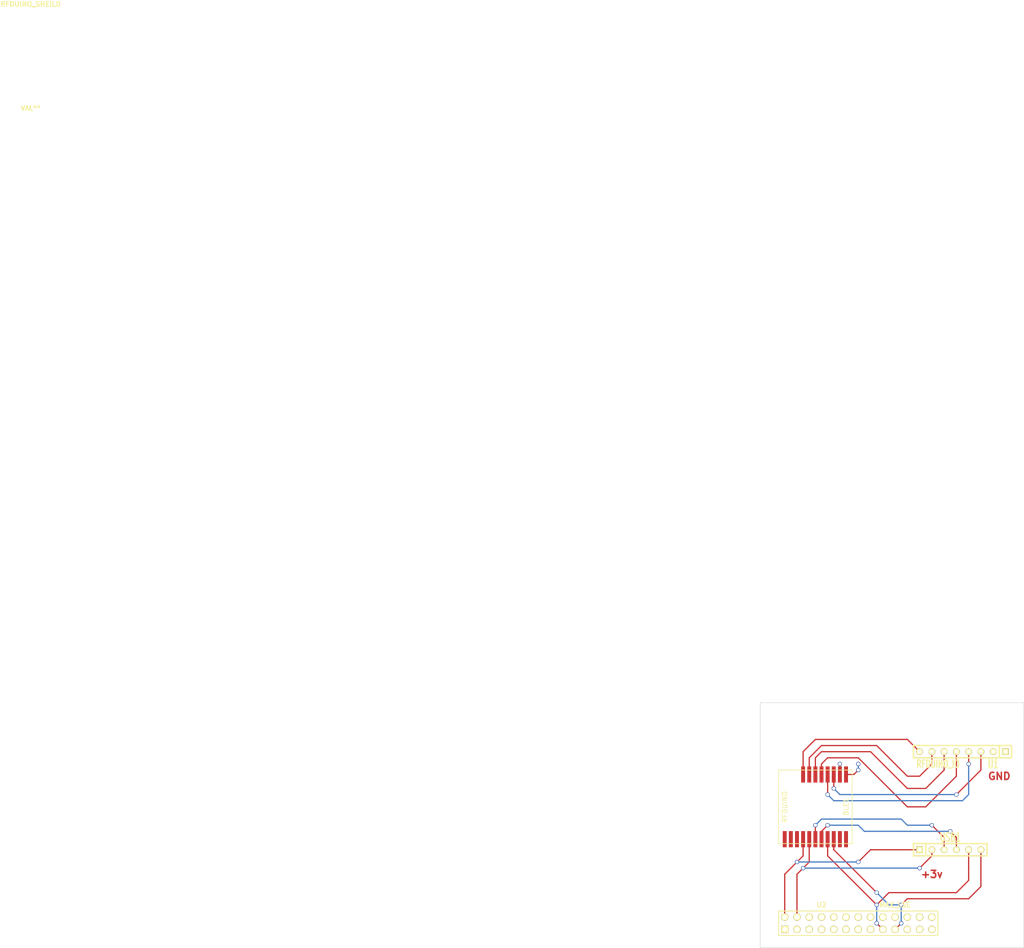
<source format=kicad_pcb>
(kicad_pcb (version 3) (host pcbnew "(25-Oct-2014 BZR 4029)-stable")

  (general
    (links 18)
    (no_connects 2)
    (area 151.079999 132.029999 205.790001 182.930001)
    (thickness 1.6)
    (drawings 7)
    (tracks 108)
    (zones 0)
    (modules 11)
    (nets 15)
  )

  (page A3)
  (layers
    (15 F.Cu signal)
    (0 B.Cu signal)
    (16 B.Adhes user)
    (17 F.Adhes user)
    (18 B.Paste user)
    (19 F.Paste user)
    (20 B.SilkS user)
    (21 F.SilkS user)
    (22 B.Mask user)
    (23 F.Mask user)
    (24 Dwgs.User user)
    (25 Cmts.User user)
    (26 Eco1.User user)
    (27 Eco2.User user)
    (28 Edge.Cuts user)
  )

  (setup
    (last_trace_width 0.254)
    (trace_clearance 0.254)
    (zone_clearance 0.508)
    (zone_45_only no)
    (trace_min 0.254)
    (segment_width 0.2)
    (edge_width 0.1)
    (via_size 0.889)
    (via_drill 0.635)
    (via_min_size 0.889)
    (via_min_drill 0.508)
    (uvia_size 0.508)
    (uvia_drill 0.127)
    (uvias_allowed no)
    (uvia_min_size 0.508)
    (uvia_min_drill 0.127)
    (pcb_text_width 0.3)
    (pcb_text_size 1.5 1.5)
    (mod_edge_width 0.15)
    (mod_text_size 1 1)
    (mod_text_width 0.15)
    (pad_size 1.5 1.5)
    (pad_drill 0.6)
    (pad_to_mask_clearance 0)
    (aux_axis_origin 0 0)
    (visible_elements FFFFFFBF)
    (pcbplotparams
      (layerselection 3178497)
      (usegerberextensions true)
      (excludeedgelayer true)
      (linewidth 0.150000)
      (plotframeref false)
      (viasonmask false)
      (mode 1)
      (useauxorigin false)
      (hpglpennumber 1)
      (hpglpenspeed 20)
      (hpglpendiameter 15)
      (hpglpenoverlay 2)
      (psnegative false)
      (psa4output false)
      (plotreference true)
      (plotvalue true)
      (plotothertext true)
      (plotinvisibletext false)
      (padsonsilk false)
      (subtractmaskfromsilk false)
      (outputformat 1)
      (mirror false)
      (drillshape 1)
      (scaleselection 1)
      (outputdirectory ""))
  )

  (net 0 "")
  (net 1 N-000001)
  (net 2 N-0000010)
  (net 3 N-0000011)
  (net 4 N-0000012)
  (net 5 N-0000016)
  (net 6 N-0000018)
  (net 7 N-000002)
  (net 8 N-000003)
  (net 9 N-000004)
  (net 10 N-000005)
  (net 11 N-000006)
  (net 12 N-000007)
  (net 13 N-000008)
  (net 14 N-000009)

  (net_class Default "This is the default net class."
    (clearance 0.254)
    (trace_width 0.254)
    (via_dia 0.889)
    (via_drill 0.635)
    (uvia_dia 0.508)
    (uvia_drill 0.127)
    (add_net "")
    (add_net N-000001)
    (add_net N-0000010)
    (add_net N-0000011)
    (add_net N-0000012)
    (add_net N-0000016)
    (add_net N-0000018)
    (add_net N-000002)
    (add_net N-000003)
    (add_net N-000004)
    (add_net N-000005)
    (add_net N-000006)
    (add_net N-000007)
    (add_net N-000008)
    (add_net N-000009)
  )

  (module RFDUINO_SHEILD (layer F.Cu) (tedit 55162E5C) (tstamp 55162F64)
    (at 0 0)
    (fp_text reference RFDUINO_SHEILD (at 0 -12.7) (layer F.SilkS)
      (effects (font (size 1 1) (thickness 0.15)))
    )
    (fp_text value VAL** (at 0 8.89) (layer F.SilkS)
      (effects (font (size 1 1) (thickness 0.15)))
    )
  )

  (module RFDUINO_SHEILD (layer F.Cu) (tedit 55162E5C) (tstamp 55162F60)
    (at 0 0)
    (fp_text reference RFDUINO_SHEILD (at 0 -12.7) (layer F.SilkS)
      (effects (font (size 1 1) (thickness 0.15)))
    )
    (fp_text value VAL** (at 0 8.89) (layer F.SilkS)
      (effects (font (size 1 1) (thickness 0.15)))
    )
  )

  (module RFDUINO_SHEILD (layer F.Cu) (tedit 55162E5C) (tstamp 55162F5C)
    (at 0 0)
    (fp_text reference RFDUINO_SHEILD (at 0 -12.7) (layer F.SilkS)
      (effects (font (size 1 1) (thickness 0.15)))
    )
    (fp_text value VAL** (at 0 8.89) (layer F.SilkS)
      (effects (font (size 1 1) (thickness 0.15)))
    )
  )

  (module RFDUINO_SHEILD (layer F.Cu) (tedit 55162E5C) (tstamp 55162F58)
    (at 0 0)
    (fp_text reference RFDUINO_SHEILD (at 0 -12.7) (layer F.SilkS)
      (effects (font (size 1 1) (thickness 0.15)))
    )
    (fp_text value VAL** (at 0 8.89) (layer F.SilkS)
      (effects (font (size 1 1) (thickness 0.15)))
    )
  )

  (module RFDUINO_SHEILD (layer F.Cu) (tedit 55162E5C) (tstamp 55162F54)
    (at 0 0)
    (fp_text reference RFDUINO_SHEILD (at 0 -12.7) (layer F.SilkS)
      (effects (font (size 1 1) (thickness 0.15)))
    )
    (fp_text value VAL** (at 0 8.89) (layer F.SilkS)
      (effects (font (size 1 1) (thickness 0.15)))
    )
  )

  (module RFDUINO_SHEILD (layer F.Cu) (tedit 55162E5C) (tstamp 55162F4F)
    (at 0 0)
    (fp_text reference RFDUINO_SHEILD (at 0 -12.7) (layer F.SilkS)
      (effects (font (size 1 1) (thickness 0.15)))
    )
    (fp_text value VAL** (at 0 8.89) (layer F.SilkS)
      (effects (font (size 1 1) (thickness 0.15)))
    )
  )

  (module RFDUINO_SHEILD (layer F.Cu) (tedit 55162E5C) (tstamp 55162F4B)
    (at 0 0)
    (fp_text reference RFDUINO_SHEILD (at 0 -12.7) (layer F.SilkS)
      (effects (font (size 1 1) (thickness 0.15)))
    )
    (fp_text value VAL** (at 0 8.89) (layer F.SilkS)
      (effects (font (size 1 1) (thickness 0.15)))
    )
  )

  (module RFD22301 (layer F.Cu) (tedit 54E9501A) (tstamp 55151C2B)
    (at 161.29 152.4 270)
    (path /5515110B)
    (fp_text reference BLE1 (at 1.27 -7.62 270) (layer F.SilkS)
      (effects (font (size 1 1) (thickness 0.15)))
    )
    (fp_text value RFDUINO (at 1.27 5.08 270) (layer F.SilkS)
      (effects (font (size 1 1) (thickness 0.15)))
    )
    (fp_line (start -6.35 -8.89) (end -6.35 6.35) (layer F.SilkS) (width 0.15))
    (fp_line (start -6.35 6.35) (end 8.89 6.35) (layer F.SilkS) (width 0.15))
    (fp_line (start 8.89 6.35) (end 8.89 -8.89) (layer F.SilkS) (width 0.15))
    (fp_line (start 8.89 -8.89) (end -6.35 -8.89) (layer F.SilkS) (width 0.15))
    (pad 1 smd rect (at -5.4356 -7.62 270) (size 3.3528 0.8128)
      (layers F.Cu F.Paste F.Mask)
      (net 3 N-0000011)
    )
    (pad 2 smd rect (at -5.4356 -6.35 270) (size 3.3528 0.8128)
      (layers F.Cu F.Paste F.Mask)
      (net 4 N-0000012)
    )
    (pad 3 smd rect (at -5.4356 -5.08 270) (size 3.3528 0.8128)
      (layers F.Cu F.Paste F.Mask)
      (net 8 N-000003)
    )
    (pad 4 smd rect (at -5.4356 -3.81 270) (size 3.3528 0.8128)
      (layers F.Cu F.Paste F.Mask)
      (net 9 N-000004)
    )
    (pad 5 smd rect (at -5.4356 -2.54 270) (size 3.3528 0.8128)
      (layers F.Cu F.Paste F.Mask)
      (net 10 N-000005)
    )
    (pad 6 smd rect (at -5.4356 -1.27 270) (size 3.3528 0.8128)
      (layers F.Cu F.Paste F.Mask)
      (net 11 N-000006)
    )
    (pad 7 smd rect (at -5.4356 0 270) (size 3.3528 0.8128)
      (layers F.Cu F.Paste F.Mask)
      (net 14 N-000009)
    )
    (pad 8 smd rect (at -5.4356 1.27 270) (size 3.3528 0.8128)
      (layers F.Cu F.Paste F.Mask)
      (net 2 N-0000010)
    )
    (pad 9 smd rect (at 7.9756 5.08 270) (size 3.3528 0.8128)
      (layers F.Cu F.Paste F.Mask)
    )
    (pad 10 smd rect (at 7.9756 3.81 270) (size 3.3528 0.8128)
      (layers F.Cu F.Paste F.Mask)
    )
    (pad 11 smd rect (at 7.9756 2.54 270) (size 3.3528 0.8128)
      (layers F.Cu F.Paste F.Mask)
    )
    (pad 12 smd rect (at 7.9756 1.27 270) (size 3.3528 0.8128)
      (layers F.Cu F.Paste F.Mask)
      (net 6 N-0000018)
    )
    (pad 13 smd rect (at 7.9756 0 270) (size 3.3528 0.8128)
      (layers F.Cu F.Paste F.Mask)
      (net 5 N-0000016)
    )
    (pad 14 smd rect (at 7.9756 -1.27 270) (size 3.3528 0.8128)
      (layers F.Cu F.Paste F.Mask)
      (net 1 N-000001)
    )
    (pad 15 smd rect (at 7.9756 -2.54 270) (size 3.3528 0.8128)
      (layers F.Cu F.Paste F.Mask)
      (net 7 N-000002)
    )
    (pad 16 smd rect (at 7.9756 -3.81 270) (size 3.3528 0.8128)
      (layers F.Cu F.Paste F.Mask)
      (net 12 N-000007)
    )
    (pad 17 smd rect (at 7.9756 -5.08 270) (size 3.3528 0.8128)
      (layers F.Cu F.Paste F.Mask)
      (net 13 N-000008)
    )
    (pad 18 smd rect (at 7.9756 -6.35 270) (size 3.3528 0.8128)
      (layers F.Cu F.Paste F.Mask)
    )
    (pad 19 smd rect (at 7.9756 -7.62 270) (size 3.3528 0.8128)
      (layers F.Cu F.Paste F.Mask)
    )
  )

  (module pin_array_13x2 (layer F.Cu) (tedit 5031D825) (tstamp 55151C61)
    (at 171.45 177.8)
    (descr "2 x 13 pins connector")
    (tags CONN)
    (path /5515147E)
    (fp_text reference U2 (at -7.62 -3.81) (layer F.SilkS)
      (effects (font (size 1.016 1.016) (thickness 0.2032)))
    )
    (fp_text value MAX_LSE (at 7.62 -3.81) (layer F.SilkS)
      (effects (font (size 1.016 1.016) (thickness 0.2032)))
    )
    (fp_line (start -16.51 2.54) (end 16.51 2.54) (layer F.SilkS) (width 0.2032))
    (fp_line (start 16.51 -2.54) (end -16.51 -2.54) (layer F.SilkS) (width 0.2032))
    (fp_line (start -16.51 -2.54) (end -16.51 2.54) (layer F.SilkS) (width 0.2032))
    (fp_line (start 16.51 2.54) (end 16.51 -2.54) (layer F.SilkS) (width 0.2032))
    (pad 1 thru_hole rect (at -15.24 1.27) (size 1.524 1.524) (drill 1.016)
      (layers *.Cu *.Mask F.SilkS)
    )
    (pad 2 thru_hole circle (at -15.24 -1.27) (size 1.524 1.524) (drill 1.016)
      (layers *.Cu *.Mask F.SilkS)
      (net 6 N-0000018)
    )
    (pad 3 thru_hole circle (at -12.7 1.27) (size 1.524 1.524) (drill 1.016)
      (layers *.Cu *.Mask F.SilkS)
    )
    (pad 4 thru_hole circle (at -12.7 -1.27) (size 1.524 1.524) (drill 1.016)
      (layers *.Cu *.Mask F.SilkS)
      (net 5 N-0000016)
    )
    (pad 5 thru_hole circle (at -10.16 1.27) (size 1.524 1.524) (drill 1.016)
      (layers *.Cu *.Mask F.SilkS)
    )
    (pad 6 thru_hole circle (at -10.16 -1.27) (size 1.524 1.524) (drill 1.016)
      (layers *.Cu *.Mask F.SilkS)
    )
    (pad 7 thru_hole circle (at -7.62 1.27) (size 1.524 1.524) (drill 1.016)
      (layers *.Cu *.Mask F.SilkS)
    )
    (pad 8 thru_hole circle (at -7.62 -1.27) (size 1.524 1.524) (drill 1.016)
      (layers *.Cu *.Mask F.SilkS)
    )
    (pad 9 thru_hole circle (at -5.08 1.27) (size 1.524 1.524) (drill 1.016)
      (layers *.Cu *.Mask F.SilkS)
    )
    (pad 10 thru_hole circle (at -5.08 -1.27) (size 1.524 1.524) (drill 1.016)
      (layers *.Cu *.Mask F.SilkS)
    )
    (pad 11 thru_hole circle (at -2.54 1.27) (size 1.524 1.524) (drill 1.016)
      (layers *.Cu *.Mask F.SilkS)
    )
    (pad 12 thru_hole circle (at -2.54 -1.27) (size 1.524 1.524) (drill 1.016)
      (layers *.Cu *.Mask F.SilkS)
    )
    (pad 13 thru_hole circle (at 0 1.27) (size 1.524 1.524) (drill 1.016)
      (layers *.Cu *.Mask F.SilkS)
    )
    (pad 14 thru_hole circle (at 0 -1.27) (size 1.524 1.524) (drill 1.016)
      (layers *.Cu *.Mask F.SilkS)
    )
    (pad 15 thru_hole circle (at 2.54 1.27) (size 1.524 1.524) (drill 1.016)
      (layers *.Cu *.Mask F.SilkS)
    )
    (pad 16 thru_hole circle (at 2.54 -1.27) (size 1.524 1.524) (drill 1.016)
      (layers *.Cu *.Mask F.SilkS)
    )
    (pad 17 thru_hole circle (at 5.08 1.27) (size 1.524 1.524) (drill 1.016)
      (layers *.Cu *.Mask F.SilkS)
      (net 12 N-000007)
    )
    (pad 18 thru_hole circle (at 5.08 -1.27) (size 1.524 1.524) (drill 1.016)
      (layers *.Cu *.Mask F.SilkS)
    )
    (pad 19 thru_hole circle (at 7.62 1.27) (size 1.524 1.524) (drill 1.016)
      (layers *.Cu *.Mask F.SilkS)
      (net 13 N-000008)
    )
    (pad 20 thru_hole circle (at 7.62 -1.27) (size 1.524 1.524) (drill 1.016)
      (layers *.Cu *.Mask F.SilkS)
    )
    (pad 21 thru_hole circle (at 10.16 1.27) (size 1.524 1.524) (drill 1.016)
      (layers *.Cu *.Mask F.SilkS)
    )
    (pad 22 thru_hole circle (at 10.16 -1.27) (size 1.524 1.524) (drill 1.016)
      (layers *.Cu *.Mask F.SilkS)
    )
    (pad 23 thru_hole circle (at 12.7 1.27) (size 1.524 1.524) (drill 1.016)
      (layers *.Cu *.Mask F.SilkS)
    )
    (pad 24 thru_hole circle (at 12.7 -1.27) (size 1.524 1.524) (drill 1.016)
      (layers *.Cu *.Mask F.SilkS)
    )
    (pad 25 thru_hole circle (at 15.24 1.27) (size 1.524 1.524) (drill 1.016)
      (layers *.Cu *.Mask F.SilkS)
    )
    (pad 26 thru_hole circle (at 15.24 -1.27) (size 1.524 1.524) (drill 1.016)
      (layers *.Cu *.Mask F.SilkS)
    )
    (model pin_array/pins_array_13x2.wrl
      (at (xyz 0 0 0))
      (scale (xyz 1 1 1))
      (rotate (xyz 0 0 0))
    )
  )

  (module SIL-8 (layer F.Cu) (tedit 200000) (tstamp 551635DF)
    (at 193.04 142.24 180)
    (descr "Connecteur 8 pins")
    (tags "CONN DEV")
    (path /5516349D)
    (fp_text reference U1 (at -6.35 -2.54 180) (layer F.SilkS)
      (effects (font (size 1.72974 1.08712) (thickness 0.3048)))
    )
    (fp_text value RFDUINO_IO (at 5.08 -2.54 180) (layer F.SilkS)
      (effects (font (size 1.524 1.016) (thickness 0.3048)))
    )
    (fp_line (start -10.16 -1.27) (end 10.16 -1.27) (layer F.SilkS) (width 0.3048))
    (fp_line (start 10.16 -1.27) (end 10.16 1.27) (layer F.SilkS) (width 0.3048))
    (fp_line (start 10.16 1.27) (end -10.16 1.27) (layer F.SilkS) (width 0.3048))
    (fp_line (start -10.16 1.27) (end -10.16 -1.27) (layer F.SilkS) (width 0.3048))
    (fp_line (start -7.62 1.27) (end -7.62 -1.27) (layer F.SilkS) (width 0.3048))
    (pad 1 thru_hole rect (at -8.89 0 180) (size 1.397 1.397) (drill 0.8128)
      (layers *.Cu *.Mask F.SilkS)
      (net 3 N-0000011)
    )
    (pad 2 thru_hole circle (at -6.35 0 180) (size 1.397 1.397) (drill 0.8128)
      (layers *.Cu *.Mask F.SilkS)
      (net 4 N-0000012)
    )
    (pad 3 thru_hole circle (at -3.81 0 180) (size 1.397 1.397) (drill 0.8128)
      (layers *.Cu *.Mask F.SilkS)
      (net 8 N-000003)
    )
    (pad 4 thru_hole circle (at -1.27 0 180) (size 1.397 1.397) (drill 0.8128)
      (layers *.Cu *.Mask F.SilkS)
      (net 9 N-000004)
    )
    (pad 5 thru_hole circle (at 1.27 0 180) (size 1.397 1.397) (drill 0.8128)
      (layers *.Cu *.Mask F.SilkS)
      (net 10 N-000005)
    )
    (pad 6 thru_hole circle (at 3.81 0 180) (size 1.397 1.397) (drill 0.8128)
      (layers *.Cu *.Mask F.SilkS)
      (net 11 N-000006)
    )
    (pad 7 thru_hole circle (at 6.35 0 180) (size 1.397 1.397) (drill 0.8128)
      (layers *.Cu *.Mask F.SilkS)
      (net 14 N-000009)
    )
    (pad 8 thru_hole circle (at 8.89 0 180) (size 1.397 1.397) (drill 0.8128)
      (layers *.Cu *.Mask F.SilkS)
      (net 2 N-0000010)
    )
  )

  (module SIL-6 (layer F.Cu) (tedit 200000) (tstamp 551635EE)
    (at 190.5 162.56)
    (descr "Connecteur 6 pins")
    (tags "CONN DEV")
    (path /55163475)
    (fp_text reference USB1 (at 0 -2.54) (layer F.SilkS)
      (effects (font (size 1.72974 1.08712) (thickness 0.3048)))
    )
    (fp_text value USB-PROGRAMMER (at 0 -2.54) (layer F.SilkS) hide
      (effects (font (size 1.524 1.016) (thickness 0.3048)))
    )
    (fp_line (start -7.62 1.27) (end -7.62 -1.27) (layer F.SilkS) (width 0.3048))
    (fp_line (start -7.62 -1.27) (end 7.62 -1.27) (layer F.SilkS) (width 0.3048))
    (fp_line (start 7.62 -1.27) (end 7.62 1.27) (layer F.SilkS) (width 0.3048))
    (fp_line (start 7.62 1.27) (end -7.62 1.27) (layer F.SilkS) (width 0.3048))
    (fp_line (start -5.08 1.27) (end -5.08 -1.27) (layer F.SilkS) (width 0.3048))
    (pad 1 thru_hole rect (at -6.35 0) (size 1.397 1.397) (drill 0.8128)
      (layers *.Cu *.Mask F.SilkS)
      (net 6 N-0000018)
    )
    (pad 2 thru_hole circle (at -3.81 0) (size 1.397 1.397) (drill 0.8128)
      (layers *.Cu *.Mask F.SilkS)
      (net 5 N-0000016)
    )
    (pad 3 thru_hole circle (at -1.27 0) (size 1.397 1.397) (drill 0.8128)
      (layers *.Cu *.Mask F.SilkS)
      (net 1 N-000001)
    )
    (pad 4 thru_hole circle (at 1.27 0) (size 1.397 1.397) (drill 0.8128)
      (layers *.Cu *.Mask F.SilkS)
      (net 7 N-000002)
    )
    (pad 5 thru_hole circle (at 3.81 0) (size 1.397 1.397) (drill 0.8128)
      (layers *.Cu *.Mask F.SilkS)
      (net 12 N-000007)
    )
    (pad 6 thru_hole circle (at 6.35 0) (size 1.397 1.397) (drill 0.8128)
      (layers *.Cu *.Mask F.SilkS)
      (net 13 N-000008)
    )
  )

  (gr_text "GND\n" (at 200.66 147.32) (layer F.Cu)
    (effects (font (size 1.5 1.5) (thickness 0.3)))
  )
  (gr_text +3v (at 186.69 167.64) (layer F.Cu)
    (effects (font (size 1.5 1.5) (thickness 0.3)))
  )
  (gr_line (start 151.13 182.88) (end 151.13 180.34) (angle 90) (layer Edge.Cuts) (width 0.1))
  (gr_line (start 205.74 182.88) (end 151.13 182.88) (angle 90) (layer Edge.Cuts) (width 0.1))
  (gr_line (start 205.74 132.08) (end 205.74 182.88) (angle 90) (layer Edge.Cuts) (width 0.1))
  (gr_line (start 151.13 132.08) (end 205.74 132.08) (angle 90) (layer Edge.Cuts) (width 0.1))
  (gr_line (start 151.13 180.34) (end 151.13 132.08) (angle 90) (layer Edge.Cuts) (width 0.1))

  (segment (start 162.56 160.3756) (end 162.56 157.48) (width 0.254) (layer F.Cu) (net 1))
  (segment (start 189.23 160.02) (end 189.23 162.56) (width 0.254) (layer F.Cu) (net 1) (tstamp 5516387D))
  (segment (start 186.69 157.48) (end 189.23 160.02) (width 0.254) (layer F.Cu) (net 1) (tstamp 5516387C))
  (via (at 186.69 157.48) (size 0.889) (layers F.Cu B.Cu) (net 1))
  (segment (start 181.61 157.48) (end 186.69 157.48) (width 0.254) (layer B.Cu) (net 1) (tstamp 55163878))
  (segment (start 180.34 156.21) (end 181.61 157.48) (width 0.254) (layer B.Cu) (net 1) (tstamp 55163872))
  (segment (start 163.83 156.21) (end 180.34 156.21) (width 0.254) (layer B.Cu) (net 1) (tstamp 55163871))
  (segment (start 162.56 157.48) (end 163.83 156.21) (width 0.254) (layer B.Cu) (net 1) (tstamp 55163870))
  (via (at 162.56 157.48) (size 0.889) (layers F.Cu B.Cu) (net 1))
  (segment (start 160.02 146.9644) (end 160.02 142.24) (width 0.254) (layer F.Cu) (net 2))
  (segment (start 181.61 139.7) (end 184.15 142.24) (width 0.254) (layer F.Cu) (net 2) (tstamp 55163634))
  (segment (start 162.56 139.7) (end 181.61 139.7) (width 0.254) (layer F.Cu) (net 2) (tstamp 55163627))
  (segment (start 160.02 142.24) (end 162.56 139.7) (width 0.254) (layer F.Cu) (net 2) (tstamp 55163621))
  (segment (start 168.91 146.9644) (end 170.5356 146.9644) (width 0.254) (layer F.Cu) (net 3) (status 400000))
  (via (at 171.45 144.78) (size 0.889) (layers F.Cu B.Cu) (net 3))
  (segment (start 171.45 146.05) (end 171.45 144.78) (width 0.254) (layer B.Cu) (net 3) (tstamp 55163B3C))
  (via (at 171.45 146.05) (size 0.889) (layers F.Cu B.Cu) (net 3))
  (segment (start 170.5356 146.9644) (end 171.45 146.05) (width 0.254) (layer F.Cu) (net 3) (tstamp 55163B2F))
  (segment (start 167.64 146.9644) (end 167.64 144.78) (width 0.254) (layer F.Cu) (net 4) (status 400000))
  (via (at 167.64 144.78) (size 0.889) (layers F.Cu B.Cu) (net 4))
  (via (at 160.02 166.37) (size 0.889) (layers F.Cu B.Cu) (net 5))
  (segment (start 186.69 162.56) (end 186.69 163.83) (width 0.254) (layer F.Cu) (net 5) (tstamp 55163C15) (status 400000))
  (segment (start 184.15 166.37) (end 186.69 163.83) (width 0.254) (layer F.Cu) (net 5) (tstamp 55163C14))
  (via (at 184.15 166.37) (size 0.889) (layers F.Cu B.Cu) (net 5))
  (segment (start 184.15 166.37) (end 160.02 166.37) (width 0.254) (layer B.Cu) (net 5) (tstamp 55163C11))
  (segment (start 158.75 176.53) (end 158.75 167.64) (width 0.254) (layer F.Cu) (net 5))
  (segment (start 161.29 165.1) (end 161.29 160.3756) (width 0.254) (layer F.Cu) (net 5) (tstamp 55151D74))
  (segment (start 158.75 167.64) (end 160.02 166.37) (width 0.254) (layer F.Cu) (net 5) (tstamp 55151D72))
  (segment (start 160.02 166.37) (end 161.29 165.1) (width 0.254) (layer F.Cu) (net 5) (tstamp 55163C0E))
  (segment (start 184.15 162.56) (end 173.99 162.56) (width 0.254) (layer F.Cu) (net 6))
  (via (at 158.75 165.1) (size 0.889) (layers F.Cu B.Cu) (net 6))
  (segment (start 171.45 165.1) (end 158.75 165.1) (width 0.254) (layer B.Cu) (net 6) (tstamp 551638A8))
  (via (at 171.45 165.1) (size 0.889) (layers F.Cu B.Cu) (net 6))
  (segment (start 173.99 162.56) (end 171.45 165.1) (width 0.254) (layer F.Cu) (net 6) (tstamp 5516389D))
  (segment (start 160.02 160.3756) (end 160.02 163.83) (width 0.254) (layer F.Cu) (net 6))
  (segment (start 156.21 167.64) (end 156.21 176.53) (width 0.254) (layer F.Cu) (net 6) (tstamp 55151D6E))
  (segment (start 160.02 163.83) (end 158.75 165.1) (width 0.254) (layer F.Cu) (net 6) (tstamp 55151D6C))
  (segment (start 158.75 165.1) (end 156.21 167.64) (width 0.254) (layer F.Cu) (net 6) (tstamp 551638AD))
  (segment (start 191.77 162.56) (end 191.77 160.02) (width 0.254) (layer F.Cu) (net 7))
  (segment (start 163.83 158.75) (end 163.83 160.3756) (width 0.254) (layer F.Cu) (net 7) (tstamp 55163894))
  (segment (start 165.1 157.48) (end 163.83 158.75) (width 0.254) (layer F.Cu) (net 7) (tstamp 55163893))
  (via (at 165.1 157.48) (size 0.889) (layers F.Cu B.Cu) (net 7))
  (segment (start 171.45 157.48) (end 165.1 157.48) (width 0.254) (layer B.Cu) (net 7) (tstamp 5516388E))
  (segment (start 172.72 158.75) (end 171.45 157.48) (width 0.254) (layer B.Cu) (net 7) (tstamp 5516388D))
  (segment (start 190.5 158.75) (end 172.72 158.75) (width 0.254) (layer B.Cu) (net 7) (tstamp 5516388C))
  (via (at 190.5 158.75) (size 0.889) (layers F.Cu B.Cu) (net 7))
  (segment (start 191.77 160.02) (end 190.5 158.75) (width 0.254) (layer F.Cu) (net 7) (tstamp 55163885))
  (segment (start 196.85 142.24) (end 196.85 146.05) (width 0.254) (layer F.Cu) (net 8))
  (segment (start 166.37 149.86) (end 166.37 146.9644) (width 0.254) (layer F.Cu) (net 8) (tstamp 551636B6))
  (via (at 166.37 149.86) (size 0.889) (layers F.Cu B.Cu) (net 8))
  (segment (start 167.64 151.13) (end 166.37 149.86) (width 0.254) (layer B.Cu) (net 8) (tstamp 551636B3))
  (segment (start 191.77 151.13) (end 167.64 151.13) (width 0.254) (layer B.Cu) (net 8) (tstamp 551636B2))
  (via (at 191.77 151.13) (size 0.889) (layers F.Cu B.Cu) (net 8))
  (segment (start 196.85 146.05) (end 191.77 151.13) (width 0.254) (layer F.Cu) (net 8) (tstamp 551636A9))
  (segment (start 165.1 146.9644) (end 165.1 151.13) (width 0.254) (layer F.Cu) (net 9))
  (segment (start 194.31 144.78) (end 194.31 142.24) (width 0.254) (layer F.Cu) (net 9) (tstamp 55163691))
  (via (at 194.31 144.78) (size 0.889) (layers F.Cu B.Cu) (net 9))
  (segment (start 194.31 151.13) (end 194.31 144.78) (width 0.254) (layer B.Cu) (net 9) (tstamp 5516368D))
  (segment (start 193.04 152.4) (end 194.31 151.13) (width 0.254) (layer B.Cu) (net 9) (tstamp 5516368B))
  (segment (start 166.37 152.4) (end 193.04 152.4) (width 0.254) (layer B.Cu) (net 9) (tstamp 55163676))
  (segment (start 165.1 151.13) (end 166.37 152.4) (width 0.254) (layer B.Cu) (net 9) (tstamp 55163675))
  (via (at 165.1 151.13) (size 0.889) (layers F.Cu B.Cu) (net 9))
  (segment (start 191.77 142.24) (end 191.77 147.32) (width 0.254) (layer F.Cu) (net 10))
  (segment (start 163.83 144.78) (end 163.83 146.9644) (width 0.254) (layer F.Cu) (net 10) (tstamp 5516366E))
  (segment (start 165.1 143.51) (end 163.83 144.78) (width 0.254) (layer F.Cu) (net 10) (tstamp 5516366D))
  (segment (start 171.45 143.51) (end 165.1 143.51) (width 0.254) (layer F.Cu) (net 10) (tstamp 5516366B))
  (segment (start 181.61 153.67) (end 171.45 143.51) (width 0.254) (layer F.Cu) (net 10) (tstamp 55163669))
  (segment (start 185.42 153.67) (end 181.61 153.67) (width 0.254) (layer F.Cu) (net 10) (tstamp 55163667))
  (segment (start 191.77 147.32) (end 185.42 153.67) (width 0.254) (layer F.Cu) (net 10) (tstamp 55163666))
  (segment (start 162.56 146.9644) (end 162.56 143.51) (width 0.254) (layer F.Cu) (net 11))
  (segment (start 189.23 146.05) (end 189.23 142.24) (width 0.254) (layer F.Cu) (net 11) (tstamp 55163661))
  (segment (start 185.42 149.86) (end 189.23 146.05) (width 0.254) (layer F.Cu) (net 11) (tstamp 5516365E))
  (segment (start 181.61 149.86) (end 185.42 149.86) (width 0.254) (layer F.Cu) (net 11) (tstamp 5516365C))
  (segment (start 173.99 142.24) (end 181.61 149.86) (width 0.254) (layer F.Cu) (net 11) (tstamp 55163659))
  (segment (start 163.83 142.24) (end 173.99 142.24) (width 0.254) (layer F.Cu) (net 11) (tstamp 55163657))
  (segment (start 162.56 143.51) (end 163.83 142.24) (width 0.254) (layer F.Cu) (net 11) (tstamp 55163656))
  (segment (start 194.31 162.56) (end 194.31 166.37) (width 0.254) (layer F.Cu) (net 12))
  (segment (start 177.8 171.45) (end 191.77 171.45) (width 0.254) (layer F.Cu) (net 12) (tstamp 5516371F))
  (segment (start 191.77 171.45) (end 194.31 168.91) (width 0.254) (layer F.Cu) (net 12) (tstamp 55163725))
  (segment (start 194.31 168.91) (end 194.31 166.37) (width 0.254) (layer F.Cu) (net 12) (tstamp 55163727))
  (segment (start 177.8 171.45) (end 175.26 173.99) (width 0.254) (layer F.Cu) (net 12))
  (segment (start 176.53 179.07) (end 175.26 177.8) (width 0.254) (layer F.Cu) (net 12))
  (segment (start 165.1 163.83) (end 165.1 160.3756) (width 0.254) (layer F.Cu) (net 12) (tstamp 55163715))
  (segment (start 175.26 173.99) (end 165.1 163.83) (width 0.254) (layer F.Cu) (net 12) (tstamp 55163714))
  (via (at 175.26 173.99) (size 0.889) (layers F.Cu B.Cu) (net 12))
  (segment (start 175.26 177.8) (end 175.26 173.99) (width 0.254) (layer B.Cu) (net 12) (tstamp 55163711))
  (via (at 175.26 177.8) (size 0.889) (layers F.Cu B.Cu) (net 12))
  (segment (start 196.85 162.56) (end 196.85 166.37) (width 0.254) (layer F.Cu) (net 13))
  (via (at 180.34 173.99) (size 0.889) (layers F.Cu B.Cu) (net 13))
  (segment (start 181.61 172.72) (end 180.34 173.99) (width 0.254) (layer F.Cu) (net 13) (tstamp 55163753))
  (segment (start 181.61 172.72) (end 194.31 172.72) (width 0.254) (layer F.Cu) (net 13) (tstamp 55163754))
  (segment (start 194.31 172.72) (end 196.85 170.18) (width 0.254) (layer F.Cu) (net 13) (tstamp 55163755))
  (segment (start 196.85 170.18) (end 196.85 166.37) (width 0.254) (layer F.Cu) (net 13) (tstamp 55163756))
  (segment (start 166.37 160.3756) (end 166.37 162.56) (width 0.254) (layer F.Cu) (net 13))
  (segment (start 177.8 173.99) (end 180.34 173.99) (width 0.254) (layer B.Cu) (net 13) (tstamp 55163775))
  (segment (start 175.26 171.45) (end 177.8 173.99) (width 0.254) (layer B.Cu) (net 13) (tstamp 55163774))
  (via (at 175.26 171.45) (size 0.889) (layers F.Cu B.Cu) (net 13))
  (segment (start 166.37 162.56) (end 175.26 171.45) (width 0.254) (layer F.Cu) (net 13) (tstamp 5516376B))
  (segment (start 179.07 179.07) (end 180.34 177.8) (width 0.254) (layer F.Cu) (net 13))
  (segment (start 180.34 177.8) (end 180.34 173.99) (width 0.254) (layer B.Cu) (net 13) (tstamp 5516374F))
  (via (at 180.34 177.8) (size 0.889) (layers F.Cu B.Cu) (net 13))
  (segment (start 186.69 142.24) (end 186.69 144.78) (width 0.254) (layer F.Cu) (net 14))
  (segment (start 161.29 143.51) (end 161.29 146.9644) (width 0.254) (layer F.Cu) (net 14) (tstamp 55163652))
  (segment (start 163.83 140.97) (end 161.29 143.51) (width 0.254) (layer F.Cu) (net 14) (tstamp 55163650))
  (segment (start 175.26 140.97) (end 163.83 140.97) (width 0.254) (layer F.Cu) (net 14) (tstamp 5516364E))
  (segment (start 181.61 147.32) (end 175.26 140.97) (width 0.254) (layer F.Cu) (net 14) (tstamp 55163647))
  (segment (start 184.15 147.32) (end 181.61 147.32) (width 0.254) (layer F.Cu) (net 14) (tstamp 5516363E))
  (segment (start 186.69 144.78) (end 184.15 147.32) (width 0.254) (layer F.Cu) (net 14) (tstamp 5516363D))

  (zone (net 3) (net_name N-0000011) (layer B.Cu) (tstamp 55163B07) (hatch edge 0.508)
    (connect_pads yes (clearance 0.508))
    (min_thickness 0.254)
    (fill (arc_segments 16) (thermal_gap 0.508) (thermal_bridge_width 0.508))
    (polygon
      (pts
        (xy 203.2 139.7) (xy 203.2 146.05) (xy 198.12 146.05) (xy 198.12 139.7) (xy 182.88 139.7)
        (xy 176.53 144.78) (xy 166.37 144.78) (xy 166.37 138.43) (xy 171.45 135.89) (xy 200.66 135.89)
        (xy 203.2 139.7)
      )
    )
  )
)

</source>
